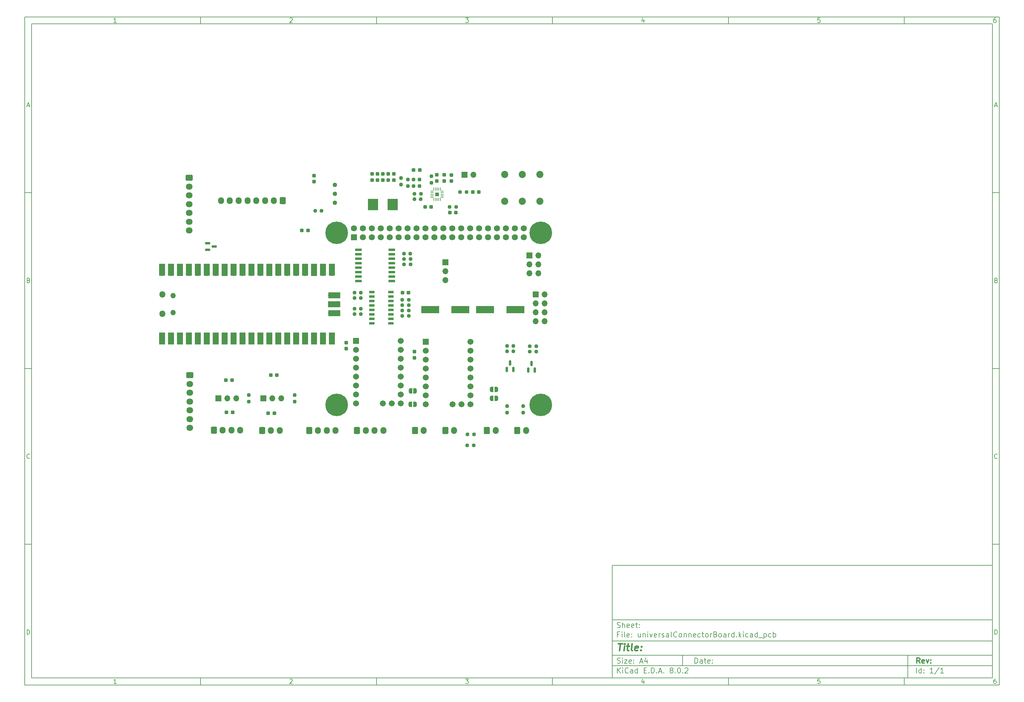
<source format=gts>
G04 #@! TF.GenerationSoftware,KiCad,Pcbnew,8.0.2*
G04 #@! TF.CreationDate,2024-05-26T03:41:07+02:00*
G04 #@! TF.ProjectId,universalConnectorBoard,756e6976-6572-4736-916c-436f6e6e6563,rev?*
G04 #@! TF.SameCoordinates,Original*
G04 #@! TF.FileFunction,Soldermask,Top*
G04 #@! TF.FilePolarity,Negative*
%FSLAX46Y46*%
G04 Gerber Fmt 4.6, Leading zero omitted, Abs format (unit mm)*
G04 Created by KiCad (PCBNEW 8.0.2) date 2024-05-26 03:41:07*
%MOMM*%
%LPD*%
G01*
G04 APERTURE LIST*
G04 Aperture macros list*
%AMRoundRect*
0 Rectangle with rounded corners*
0 $1 Rounding radius*
0 $2 $3 $4 $5 $6 $7 $8 $9 X,Y pos of 4 corners*
0 Add a 4 corners polygon primitive as box body*
4,1,4,$2,$3,$4,$5,$6,$7,$8,$9,$2,$3,0*
0 Add four circle primitives for the rounded corners*
1,1,$1+$1,$2,$3*
1,1,$1+$1,$4,$5*
1,1,$1+$1,$6,$7*
1,1,$1+$1,$8,$9*
0 Add four rect primitives between the rounded corners*
20,1,$1+$1,$2,$3,$4,$5,0*
20,1,$1+$1,$4,$5,$6,$7,0*
20,1,$1+$1,$6,$7,$8,$9,0*
20,1,$1+$1,$8,$9,$2,$3,0*%
%AMFreePoly0*
4,1,19,0.500000,-0.750000,0.000000,-0.750000,0.000000,-0.744911,-0.071157,-0.744911,-0.207708,-0.704816,-0.327430,-0.627875,-0.420627,-0.520320,-0.479746,-0.390866,-0.500000,-0.250000,-0.500000,0.250000,-0.479746,0.390866,-0.420627,0.520320,-0.327430,0.627875,-0.207708,0.704816,-0.071157,0.744911,0.000000,0.744911,0.000000,0.750000,0.500000,0.750000,0.500000,-0.750000,0.500000,-0.750000,
$1*%
%AMFreePoly1*
4,1,19,0.000000,0.744911,0.071157,0.744911,0.207708,0.704816,0.327430,0.627875,0.420627,0.520320,0.479746,0.390866,0.500000,0.250000,0.500000,-0.250000,0.479746,-0.390866,0.420627,-0.520320,0.327430,-0.627875,0.207708,-0.704816,0.071157,-0.744911,0.000000,-0.744911,0.000000,-0.750000,-0.500000,-0.750000,-0.500000,0.750000,0.000000,0.750000,0.000000,0.744911,0.000000,0.744911,
$1*%
G04 Aperture macros list end*
%ADD10C,0.100000*%
%ADD11C,0.150000*%
%ADD12C,0.300000*%
%ADD13C,0.400000*%
%ADD14O,1.800000X1.800000*%
%ADD15O,1.500000X1.500000*%
%ADD16O,1.700000X1.700000*%
%ADD17R,1.700000X3.500000*%
%ADD18R,1.700000X1.700000*%
%ADD19R,3.500000X1.700000*%
%ADD20C,1.280000*%
%ADD21RoundRect,0.102000X-0.762000X-0.762000X0.762000X-0.762000X0.762000X0.762000X-0.762000X0.762000X0*%
%ADD22C,1.728000*%
%ADD23C,6.404000*%
%ADD24R,2.900000X3.200000*%
%ADD25RoundRect,0.237500X-0.237500X0.300000X-0.237500X-0.300000X0.237500X-0.300000X0.237500X0.300000X0*%
%ADD26RoundRect,0.237500X0.237500X-0.300000X0.237500X0.300000X-0.237500X0.300000X-0.237500X-0.300000X0*%
%ADD27RoundRect,0.250000X-0.725000X0.600000X-0.725000X-0.600000X0.725000X-0.600000X0.725000X0.600000X0*%
%ADD28O,1.950000X1.700000*%
%ADD29FreePoly0,180.000000*%
%ADD30FreePoly1,180.000000*%
%ADD31RoundRect,0.237500X0.237500X-0.250000X0.237500X0.250000X-0.237500X0.250000X-0.237500X-0.250000X0*%
%ADD32RoundRect,0.237500X-0.250000X-0.237500X0.250000X-0.237500X0.250000X0.237500X-0.250000X0.237500X0*%
%ADD33R,5.100000X2.150000*%
%ADD34RoundRect,0.237500X0.300000X0.237500X-0.300000X0.237500X-0.300000X-0.237500X0.300000X-0.237500X0*%
%ADD35RoundRect,0.237500X0.250000X0.237500X-0.250000X0.237500X-0.250000X-0.237500X0.250000X-0.237500X0*%
%ADD36RoundRect,0.237500X-0.300000X-0.237500X0.300000X-0.237500X0.300000X0.237500X-0.300000X0.237500X0*%
%ADD37RoundRect,0.250000X-0.600000X-0.750000X0.600000X-0.750000X0.600000X0.750000X-0.600000X0.750000X0*%
%ADD38O,1.700000X2.000000*%
%ADD39R,1.525000X0.650000*%
%ADD40RoundRect,0.237500X-0.287500X-0.237500X0.287500X-0.237500X0.287500X0.237500X-0.287500X0.237500X0*%
%ADD41RoundRect,0.250000X-0.600000X-0.725000X0.600000X-0.725000X0.600000X0.725000X-0.600000X0.725000X0*%
%ADD42O,1.700000X1.950000*%
%ADD43RoundRect,0.237500X-0.237500X0.250000X-0.237500X-0.250000X0.237500X-0.250000X0.237500X0.250000X0*%
%ADD44RoundRect,0.150000X0.150000X-0.587500X0.150000X0.587500X-0.150000X0.587500X-0.150000X-0.587500X0*%
%ADD45RoundRect,0.250000X0.600000X0.725000X-0.600000X0.725000X-0.600000X-0.725000X0.600000X-0.725000X0*%
%ADD46C,2.025000*%
%ADD47RoundRect,0.150000X-0.587500X-0.150000X0.587500X-0.150000X0.587500X0.150000X-0.587500X0.150000X0*%
%ADD48R,1.950000X0.650000*%
%ADD49RoundRect,0.102000X-0.754000X-0.754000X0.754000X-0.754000X0.754000X0.754000X-0.754000X0.754000X0*%
%ADD50C,1.712000*%
%ADD51R,0.850000X0.250000*%
%ADD52R,0.250000X0.850000*%
%ADD53R,1.026000X1.075000*%
G04 APERTURE END LIST*
D10*
D11*
X177002200Y-166007200D02*
X285002200Y-166007200D01*
X285002200Y-198007200D01*
X177002200Y-198007200D01*
X177002200Y-166007200D01*
D10*
D11*
X10000000Y-10000000D02*
X287002200Y-10000000D01*
X287002200Y-200007200D01*
X10000000Y-200007200D01*
X10000000Y-10000000D01*
D10*
D11*
X12000000Y-12000000D02*
X285002200Y-12000000D01*
X285002200Y-198007200D01*
X12000000Y-198007200D01*
X12000000Y-12000000D01*
D10*
D11*
X60000000Y-12000000D02*
X60000000Y-10000000D01*
D10*
D11*
X110000000Y-12000000D02*
X110000000Y-10000000D01*
D10*
D11*
X160000000Y-12000000D02*
X160000000Y-10000000D01*
D10*
D11*
X210000000Y-12000000D02*
X210000000Y-10000000D01*
D10*
D11*
X260000000Y-12000000D02*
X260000000Y-10000000D01*
D10*
D11*
X36089160Y-11593604D02*
X35346303Y-11593604D01*
X35717731Y-11593604D02*
X35717731Y-10293604D01*
X35717731Y-10293604D02*
X35593922Y-10479319D01*
X35593922Y-10479319D02*
X35470112Y-10603128D01*
X35470112Y-10603128D02*
X35346303Y-10665033D01*
D10*
D11*
X85346303Y-10417414D02*
X85408207Y-10355509D01*
X85408207Y-10355509D02*
X85532017Y-10293604D01*
X85532017Y-10293604D02*
X85841541Y-10293604D01*
X85841541Y-10293604D02*
X85965350Y-10355509D01*
X85965350Y-10355509D02*
X86027255Y-10417414D01*
X86027255Y-10417414D02*
X86089160Y-10541223D01*
X86089160Y-10541223D02*
X86089160Y-10665033D01*
X86089160Y-10665033D02*
X86027255Y-10850747D01*
X86027255Y-10850747D02*
X85284398Y-11593604D01*
X85284398Y-11593604D02*
X86089160Y-11593604D01*
D10*
D11*
X135284398Y-10293604D02*
X136089160Y-10293604D01*
X136089160Y-10293604D02*
X135655826Y-10788842D01*
X135655826Y-10788842D02*
X135841541Y-10788842D01*
X135841541Y-10788842D02*
X135965350Y-10850747D01*
X135965350Y-10850747D02*
X136027255Y-10912652D01*
X136027255Y-10912652D02*
X136089160Y-11036461D01*
X136089160Y-11036461D02*
X136089160Y-11345985D01*
X136089160Y-11345985D02*
X136027255Y-11469795D01*
X136027255Y-11469795D02*
X135965350Y-11531700D01*
X135965350Y-11531700D02*
X135841541Y-11593604D01*
X135841541Y-11593604D02*
X135470112Y-11593604D01*
X135470112Y-11593604D02*
X135346303Y-11531700D01*
X135346303Y-11531700D02*
X135284398Y-11469795D01*
D10*
D11*
X185965350Y-10726938D02*
X185965350Y-11593604D01*
X185655826Y-10231700D02*
X185346303Y-11160271D01*
X185346303Y-11160271D02*
X186151064Y-11160271D01*
D10*
D11*
X236027255Y-10293604D02*
X235408207Y-10293604D01*
X235408207Y-10293604D02*
X235346303Y-10912652D01*
X235346303Y-10912652D02*
X235408207Y-10850747D01*
X235408207Y-10850747D02*
X235532017Y-10788842D01*
X235532017Y-10788842D02*
X235841541Y-10788842D01*
X235841541Y-10788842D02*
X235965350Y-10850747D01*
X235965350Y-10850747D02*
X236027255Y-10912652D01*
X236027255Y-10912652D02*
X236089160Y-11036461D01*
X236089160Y-11036461D02*
X236089160Y-11345985D01*
X236089160Y-11345985D02*
X236027255Y-11469795D01*
X236027255Y-11469795D02*
X235965350Y-11531700D01*
X235965350Y-11531700D02*
X235841541Y-11593604D01*
X235841541Y-11593604D02*
X235532017Y-11593604D01*
X235532017Y-11593604D02*
X235408207Y-11531700D01*
X235408207Y-11531700D02*
X235346303Y-11469795D01*
D10*
D11*
X285965350Y-10293604D02*
X285717731Y-10293604D01*
X285717731Y-10293604D02*
X285593922Y-10355509D01*
X285593922Y-10355509D02*
X285532017Y-10417414D01*
X285532017Y-10417414D02*
X285408207Y-10603128D01*
X285408207Y-10603128D02*
X285346303Y-10850747D01*
X285346303Y-10850747D02*
X285346303Y-11345985D01*
X285346303Y-11345985D02*
X285408207Y-11469795D01*
X285408207Y-11469795D02*
X285470112Y-11531700D01*
X285470112Y-11531700D02*
X285593922Y-11593604D01*
X285593922Y-11593604D02*
X285841541Y-11593604D01*
X285841541Y-11593604D02*
X285965350Y-11531700D01*
X285965350Y-11531700D02*
X286027255Y-11469795D01*
X286027255Y-11469795D02*
X286089160Y-11345985D01*
X286089160Y-11345985D02*
X286089160Y-11036461D01*
X286089160Y-11036461D02*
X286027255Y-10912652D01*
X286027255Y-10912652D02*
X285965350Y-10850747D01*
X285965350Y-10850747D02*
X285841541Y-10788842D01*
X285841541Y-10788842D02*
X285593922Y-10788842D01*
X285593922Y-10788842D02*
X285470112Y-10850747D01*
X285470112Y-10850747D02*
X285408207Y-10912652D01*
X285408207Y-10912652D02*
X285346303Y-11036461D01*
D10*
D11*
X60000000Y-198007200D02*
X60000000Y-200007200D01*
D10*
D11*
X110000000Y-198007200D02*
X110000000Y-200007200D01*
D10*
D11*
X160000000Y-198007200D02*
X160000000Y-200007200D01*
D10*
D11*
X210000000Y-198007200D02*
X210000000Y-200007200D01*
D10*
D11*
X260000000Y-198007200D02*
X260000000Y-200007200D01*
D10*
D11*
X36089160Y-199600804D02*
X35346303Y-199600804D01*
X35717731Y-199600804D02*
X35717731Y-198300804D01*
X35717731Y-198300804D02*
X35593922Y-198486519D01*
X35593922Y-198486519D02*
X35470112Y-198610328D01*
X35470112Y-198610328D02*
X35346303Y-198672233D01*
D10*
D11*
X85346303Y-198424614D02*
X85408207Y-198362709D01*
X85408207Y-198362709D02*
X85532017Y-198300804D01*
X85532017Y-198300804D02*
X85841541Y-198300804D01*
X85841541Y-198300804D02*
X85965350Y-198362709D01*
X85965350Y-198362709D02*
X86027255Y-198424614D01*
X86027255Y-198424614D02*
X86089160Y-198548423D01*
X86089160Y-198548423D02*
X86089160Y-198672233D01*
X86089160Y-198672233D02*
X86027255Y-198857947D01*
X86027255Y-198857947D02*
X85284398Y-199600804D01*
X85284398Y-199600804D02*
X86089160Y-199600804D01*
D10*
D11*
X135284398Y-198300804D02*
X136089160Y-198300804D01*
X136089160Y-198300804D02*
X135655826Y-198796042D01*
X135655826Y-198796042D02*
X135841541Y-198796042D01*
X135841541Y-198796042D02*
X135965350Y-198857947D01*
X135965350Y-198857947D02*
X136027255Y-198919852D01*
X136027255Y-198919852D02*
X136089160Y-199043661D01*
X136089160Y-199043661D02*
X136089160Y-199353185D01*
X136089160Y-199353185D02*
X136027255Y-199476995D01*
X136027255Y-199476995D02*
X135965350Y-199538900D01*
X135965350Y-199538900D02*
X135841541Y-199600804D01*
X135841541Y-199600804D02*
X135470112Y-199600804D01*
X135470112Y-199600804D02*
X135346303Y-199538900D01*
X135346303Y-199538900D02*
X135284398Y-199476995D01*
D10*
D11*
X185965350Y-198734138D02*
X185965350Y-199600804D01*
X185655826Y-198238900D02*
X185346303Y-199167471D01*
X185346303Y-199167471D02*
X186151064Y-199167471D01*
D10*
D11*
X236027255Y-198300804D02*
X235408207Y-198300804D01*
X235408207Y-198300804D02*
X235346303Y-198919852D01*
X235346303Y-198919852D02*
X235408207Y-198857947D01*
X235408207Y-198857947D02*
X235532017Y-198796042D01*
X235532017Y-198796042D02*
X235841541Y-198796042D01*
X235841541Y-198796042D02*
X235965350Y-198857947D01*
X235965350Y-198857947D02*
X236027255Y-198919852D01*
X236027255Y-198919852D02*
X236089160Y-199043661D01*
X236089160Y-199043661D02*
X236089160Y-199353185D01*
X236089160Y-199353185D02*
X236027255Y-199476995D01*
X236027255Y-199476995D02*
X235965350Y-199538900D01*
X235965350Y-199538900D02*
X235841541Y-199600804D01*
X235841541Y-199600804D02*
X235532017Y-199600804D01*
X235532017Y-199600804D02*
X235408207Y-199538900D01*
X235408207Y-199538900D02*
X235346303Y-199476995D01*
D10*
D11*
X285965350Y-198300804D02*
X285717731Y-198300804D01*
X285717731Y-198300804D02*
X285593922Y-198362709D01*
X285593922Y-198362709D02*
X285532017Y-198424614D01*
X285532017Y-198424614D02*
X285408207Y-198610328D01*
X285408207Y-198610328D02*
X285346303Y-198857947D01*
X285346303Y-198857947D02*
X285346303Y-199353185D01*
X285346303Y-199353185D02*
X285408207Y-199476995D01*
X285408207Y-199476995D02*
X285470112Y-199538900D01*
X285470112Y-199538900D02*
X285593922Y-199600804D01*
X285593922Y-199600804D02*
X285841541Y-199600804D01*
X285841541Y-199600804D02*
X285965350Y-199538900D01*
X285965350Y-199538900D02*
X286027255Y-199476995D01*
X286027255Y-199476995D02*
X286089160Y-199353185D01*
X286089160Y-199353185D02*
X286089160Y-199043661D01*
X286089160Y-199043661D02*
X286027255Y-198919852D01*
X286027255Y-198919852D02*
X285965350Y-198857947D01*
X285965350Y-198857947D02*
X285841541Y-198796042D01*
X285841541Y-198796042D02*
X285593922Y-198796042D01*
X285593922Y-198796042D02*
X285470112Y-198857947D01*
X285470112Y-198857947D02*
X285408207Y-198919852D01*
X285408207Y-198919852D02*
X285346303Y-199043661D01*
D10*
D11*
X10000000Y-60000000D02*
X12000000Y-60000000D01*
D10*
D11*
X10000000Y-110000000D02*
X12000000Y-110000000D01*
D10*
D11*
X10000000Y-160000000D02*
X12000000Y-160000000D01*
D10*
D11*
X10690476Y-35222176D02*
X11309523Y-35222176D01*
X10566666Y-35593604D02*
X10999999Y-34293604D01*
X10999999Y-34293604D02*
X11433333Y-35593604D01*
D10*
D11*
X11092857Y-84912652D02*
X11278571Y-84974557D01*
X11278571Y-84974557D02*
X11340476Y-85036461D01*
X11340476Y-85036461D02*
X11402380Y-85160271D01*
X11402380Y-85160271D02*
X11402380Y-85345985D01*
X11402380Y-85345985D02*
X11340476Y-85469795D01*
X11340476Y-85469795D02*
X11278571Y-85531700D01*
X11278571Y-85531700D02*
X11154761Y-85593604D01*
X11154761Y-85593604D02*
X10659523Y-85593604D01*
X10659523Y-85593604D02*
X10659523Y-84293604D01*
X10659523Y-84293604D02*
X11092857Y-84293604D01*
X11092857Y-84293604D02*
X11216666Y-84355509D01*
X11216666Y-84355509D02*
X11278571Y-84417414D01*
X11278571Y-84417414D02*
X11340476Y-84541223D01*
X11340476Y-84541223D02*
X11340476Y-84665033D01*
X11340476Y-84665033D02*
X11278571Y-84788842D01*
X11278571Y-84788842D02*
X11216666Y-84850747D01*
X11216666Y-84850747D02*
X11092857Y-84912652D01*
X11092857Y-84912652D02*
X10659523Y-84912652D01*
D10*
D11*
X11402380Y-135469795D02*
X11340476Y-135531700D01*
X11340476Y-135531700D02*
X11154761Y-135593604D01*
X11154761Y-135593604D02*
X11030952Y-135593604D01*
X11030952Y-135593604D02*
X10845238Y-135531700D01*
X10845238Y-135531700D02*
X10721428Y-135407890D01*
X10721428Y-135407890D02*
X10659523Y-135284080D01*
X10659523Y-135284080D02*
X10597619Y-135036461D01*
X10597619Y-135036461D02*
X10597619Y-134850747D01*
X10597619Y-134850747D02*
X10659523Y-134603128D01*
X10659523Y-134603128D02*
X10721428Y-134479319D01*
X10721428Y-134479319D02*
X10845238Y-134355509D01*
X10845238Y-134355509D02*
X11030952Y-134293604D01*
X11030952Y-134293604D02*
X11154761Y-134293604D01*
X11154761Y-134293604D02*
X11340476Y-134355509D01*
X11340476Y-134355509D02*
X11402380Y-134417414D01*
D10*
D11*
X10659523Y-185593604D02*
X10659523Y-184293604D01*
X10659523Y-184293604D02*
X10969047Y-184293604D01*
X10969047Y-184293604D02*
X11154761Y-184355509D01*
X11154761Y-184355509D02*
X11278571Y-184479319D01*
X11278571Y-184479319D02*
X11340476Y-184603128D01*
X11340476Y-184603128D02*
X11402380Y-184850747D01*
X11402380Y-184850747D02*
X11402380Y-185036461D01*
X11402380Y-185036461D02*
X11340476Y-185284080D01*
X11340476Y-185284080D02*
X11278571Y-185407890D01*
X11278571Y-185407890D02*
X11154761Y-185531700D01*
X11154761Y-185531700D02*
X10969047Y-185593604D01*
X10969047Y-185593604D02*
X10659523Y-185593604D01*
D10*
D11*
X287002200Y-60000000D02*
X285002200Y-60000000D01*
D10*
D11*
X287002200Y-110000000D02*
X285002200Y-110000000D01*
D10*
D11*
X287002200Y-160000000D02*
X285002200Y-160000000D01*
D10*
D11*
X285692676Y-35222176D02*
X286311723Y-35222176D01*
X285568866Y-35593604D02*
X286002199Y-34293604D01*
X286002199Y-34293604D02*
X286435533Y-35593604D01*
D10*
D11*
X286095057Y-84912652D02*
X286280771Y-84974557D01*
X286280771Y-84974557D02*
X286342676Y-85036461D01*
X286342676Y-85036461D02*
X286404580Y-85160271D01*
X286404580Y-85160271D02*
X286404580Y-85345985D01*
X286404580Y-85345985D02*
X286342676Y-85469795D01*
X286342676Y-85469795D02*
X286280771Y-85531700D01*
X286280771Y-85531700D02*
X286156961Y-85593604D01*
X286156961Y-85593604D02*
X285661723Y-85593604D01*
X285661723Y-85593604D02*
X285661723Y-84293604D01*
X285661723Y-84293604D02*
X286095057Y-84293604D01*
X286095057Y-84293604D02*
X286218866Y-84355509D01*
X286218866Y-84355509D02*
X286280771Y-84417414D01*
X286280771Y-84417414D02*
X286342676Y-84541223D01*
X286342676Y-84541223D02*
X286342676Y-84665033D01*
X286342676Y-84665033D02*
X286280771Y-84788842D01*
X286280771Y-84788842D02*
X286218866Y-84850747D01*
X286218866Y-84850747D02*
X286095057Y-84912652D01*
X286095057Y-84912652D02*
X285661723Y-84912652D01*
D10*
D11*
X286404580Y-135469795D02*
X286342676Y-135531700D01*
X286342676Y-135531700D02*
X286156961Y-135593604D01*
X286156961Y-135593604D02*
X286033152Y-135593604D01*
X286033152Y-135593604D02*
X285847438Y-135531700D01*
X285847438Y-135531700D02*
X285723628Y-135407890D01*
X285723628Y-135407890D02*
X285661723Y-135284080D01*
X285661723Y-135284080D02*
X285599819Y-135036461D01*
X285599819Y-135036461D02*
X285599819Y-134850747D01*
X285599819Y-134850747D02*
X285661723Y-134603128D01*
X285661723Y-134603128D02*
X285723628Y-134479319D01*
X285723628Y-134479319D02*
X285847438Y-134355509D01*
X285847438Y-134355509D02*
X286033152Y-134293604D01*
X286033152Y-134293604D02*
X286156961Y-134293604D01*
X286156961Y-134293604D02*
X286342676Y-134355509D01*
X286342676Y-134355509D02*
X286404580Y-134417414D01*
D10*
D11*
X285661723Y-185593604D02*
X285661723Y-184293604D01*
X285661723Y-184293604D02*
X285971247Y-184293604D01*
X285971247Y-184293604D02*
X286156961Y-184355509D01*
X286156961Y-184355509D02*
X286280771Y-184479319D01*
X286280771Y-184479319D02*
X286342676Y-184603128D01*
X286342676Y-184603128D02*
X286404580Y-184850747D01*
X286404580Y-184850747D02*
X286404580Y-185036461D01*
X286404580Y-185036461D02*
X286342676Y-185284080D01*
X286342676Y-185284080D02*
X286280771Y-185407890D01*
X286280771Y-185407890D02*
X286156961Y-185531700D01*
X286156961Y-185531700D02*
X285971247Y-185593604D01*
X285971247Y-185593604D02*
X285661723Y-185593604D01*
D10*
D11*
X200458026Y-193793328D02*
X200458026Y-192293328D01*
X200458026Y-192293328D02*
X200815169Y-192293328D01*
X200815169Y-192293328D02*
X201029455Y-192364757D01*
X201029455Y-192364757D02*
X201172312Y-192507614D01*
X201172312Y-192507614D02*
X201243741Y-192650471D01*
X201243741Y-192650471D02*
X201315169Y-192936185D01*
X201315169Y-192936185D02*
X201315169Y-193150471D01*
X201315169Y-193150471D02*
X201243741Y-193436185D01*
X201243741Y-193436185D02*
X201172312Y-193579042D01*
X201172312Y-193579042D02*
X201029455Y-193721900D01*
X201029455Y-193721900D02*
X200815169Y-193793328D01*
X200815169Y-193793328D02*
X200458026Y-193793328D01*
X202600884Y-193793328D02*
X202600884Y-193007614D01*
X202600884Y-193007614D02*
X202529455Y-192864757D01*
X202529455Y-192864757D02*
X202386598Y-192793328D01*
X202386598Y-192793328D02*
X202100884Y-192793328D01*
X202100884Y-192793328D02*
X201958026Y-192864757D01*
X202600884Y-193721900D02*
X202458026Y-193793328D01*
X202458026Y-193793328D02*
X202100884Y-193793328D01*
X202100884Y-193793328D02*
X201958026Y-193721900D01*
X201958026Y-193721900D02*
X201886598Y-193579042D01*
X201886598Y-193579042D02*
X201886598Y-193436185D01*
X201886598Y-193436185D02*
X201958026Y-193293328D01*
X201958026Y-193293328D02*
X202100884Y-193221900D01*
X202100884Y-193221900D02*
X202458026Y-193221900D01*
X202458026Y-193221900D02*
X202600884Y-193150471D01*
X203100884Y-192793328D02*
X203672312Y-192793328D01*
X203315169Y-192293328D02*
X203315169Y-193579042D01*
X203315169Y-193579042D02*
X203386598Y-193721900D01*
X203386598Y-193721900D02*
X203529455Y-193793328D01*
X203529455Y-193793328D02*
X203672312Y-193793328D01*
X204743741Y-193721900D02*
X204600884Y-193793328D01*
X204600884Y-193793328D02*
X204315170Y-193793328D01*
X204315170Y-193793328D02*
X204172312Y-193721900D01*
X204172312Y-193721900D02*
X204100884Y-193579042D01*
X204100884Y-193579042D02*
X204100884Y-193007614D01*
X204100884Y-193007614D02*
X204172312Y-192864757D01*
X204172312Y-192864757D02*
X204315170Y-192793328D01*
X204315170Y-192793328D02*
X204600884Y-192793328D01*
X204600884Y-192793328D02*
X204743741Y-192864757D01*
X204743741Y-192864757D02*
X204815170Y-193007614D01*
X204815170Y-193007614D02*
X204815170Y-193150471D01*
X204815170Y-193150471D02*
X204100884Y-193293328D01*
X205458026Y-193650471D02*
X205529455Y-193721900D01*
X205529455Y-193721900D02*
X205458026Y-193793328D01*
X205458026Y-193793328D02*
X205386598Y-193721900D01*
X205386598Y-193721900D02*
X205458026Y-193650471D01*
X205458026Y-193650471D02*
X205458026Y-193793328D01*
X205458026Y-192864757D02*
X205529455Y-192936185D01*
X205529455Y-192936185D02*
X205458026Y-193007614D01*
X205458026Y-193007614D02*
X205386598Y-192936185D01*
X205386598Y-192936185D02*
X205458026Y-192864757D01*
X205458026Y-192864757D02*
X205458026Y-193007614D01*
D10*
D11*
X177002200Y-194507200D02*
X285002200Y-194507200D01*
D10*
D11*
X178458026Y-196593328D02*
X178458026Y-195093328D01*
X179315169Y-196593328D02*
X178672312Y-195736185D01*
X179315169Y-195093328D02*
X178458026Y-195950471D01*
X179958026Y-196593328D02*
X179958026Y-195593328D01*
X179958026Y-195093328D02*
X179886598Y-195164757D01*
X179886598Y-195164757D02*
X179958026Y-195236185D01*
X179958026Y-195236185D02*
X180029455Y-195164757D01*
X180029455Y-195164757D02*
X179958026Y-195093328D01*
X179958026Y-195093328D02*
X179958026Y-195236185D01*
X181529455Y-196450471D02*
X181458027Y-196521900D01*
X181458027Y-196521900D02*
X181243741Y-196593328D01*
X181243741Y-196593328D02*
X181100884Y-196593328D01*
X181100884Y-196593328D02*
X180886598Y-196521900D01*
X180886598Y-196521900D02*
X180743741Y-196379042D01*
X180743741Y-196379042D02*
X180672312Y-196236185D01*
X180672312Y-196236185D02*
X180600884Y-195950471D01*
X180600884Y-195950471D02*
X180600884Y-195736185D01*
X180600884Y-195736185D02*
X180672312Y-195450471D01*
X180672312Y-195450471D02*
X180743741Y-195307614D01*
X180743741Y-195307614D02*
X180886598Y-195164757D01*
X180886598Y-195164757D02*
X181100884Y-195093328D01*
X181100884Y-195093328D02*
X181243741Y-195093328D01*
X181243741Y-195093328D02*
X181458027Y-195164757D01*
X181458027Y-195164757D02*
X181529455Y-195236185D01*
X182815170Y-196593328D02*
X182815170Y-195807614D01*
X182815170Y-195807614D02*
X182743741Y-195664757D01*
X182743741Y-195664757D02*
X182600884Y-195593328D01*
X182600884Y-195593328D02*
X182315170Y-195593328D01*
X182315170Y-195593328D02*
X182172312Y-195664757D01*
X182815170Y-196521900D02*
X182672312Y-196593328D01*
X182672312Y-196593328D02*
X182315170Y-196593328D01*
X182315170Y-196593328D02*
X182172312Y-196521900D01*
X182172312Y-196521900D02*
X182100884Y-196379042D01*
X182100884Y-196379042D02*
X182100884Y-196236185D01*
X182100884Y-196236185D02*
X182172312Y-196093328D01*
X182172312Y-196093328D02*
X182315170Y-196021900D01*
X182315170Y-196021900D02*
X182672312Y-196021900D01*
X182672312Y-196021900D02*
X182815170Y-195950471D01*
X184172313Y-196593328D02*
X184172313Y-195093328D01*
X184172313Y-196521900D02*
X184029455Y-196593328D01*
X184029455Y-196593328D02*
X183743741Y-196593328D01*
X183743741Y-196593328D02*
X183600884Y-196521900D01*
X183600884Y-196521900D02*
X183529455Y-196450471D01*
X183529455Y-196450471D02*
X183458027Y-196307614D01*
X183458027Y-196307614D02*
X183458027Y-195879042D01*
X183458027Y-195879042D02*
X183529455Y-195736185D01*
X183529455Y-195736185D02*
X183600884Y-195664757D01*
X183600884Y-195664757D02*
X183743741Y-195593328D01*
X183743741Y-195593328D02*
X184029455Y-195593328D01*
X184029455Y-195593328D02*
X184172313Y-195664757D01*
X186029455Y-195807614D02*
X186529455Y-195807614D01*
X186743741Y-196593328D02*
X186029455Y-196593328D01*
X186029455Y-196593328D02*
X186029455Y-195093328D01*
X186029455Y-195093328D02*
X186743741Y-195093328D01*
X187386598Y-196450471D02*
X187458027Y-196521900D01*
X187458027Y-196521900D02*
X187386598Y-196593328D01*
X187386598Y-196593328D02*
X187315170Y-196521900D01*
X187315170Y-196521900D02*
X187386598Y-196450471D01*
X187386598Y-196450471D02*
X187386598Y-196593328D01*
X188100884Y-196593328D02*
X188100884Y-195093328D01*
X188100884Y-195093328D02*
X188458027Y-195093328D01*
X188458027Y-195093328D02*
X188672313Y-195164757D01*
X188672313Y-195164757D02*
X188815170Y-195307614D01*
X188815170Y-195307614D02*
X188886599Y-195450471D01*
X188886599Y-195450471D02*
X188958027Y-195736185D01*
X188958027Y-195736185D02*
X188958027Y-195950471D01*
X188958027Y-195950471D02*
X188886599Y-196236185D01*
X188886599Y-196236185D02*
X188815170Y-196379042D01*
X188815170Y-196379042D02*
X188672313Y-196521900D01*
X188672313Y-196521900D02*
X188458027Y-196593328D01*
X188458027Y-196593328D02*
X188100884Y-196593328D01*
X189600884Y-196450471D02*
X189672313Y-196521900D01*
X189672313Y-196521900D02*
X189600884Y-196593328D01*
X189600884Y-196593328D02*
X189529456Y-196521900D01*
X189529456Y-196521900D02*
X189600884Y-196450471D01*
X189600884Y-196450471D02*
X189600884Y-196593328D01*
X190243742Y-196164757D02*
X190958028Y-196164757D01*
X190100885Y-196593328D02*
X190600885Y-195093328D01*
X190600885Y-195093328D02*
X191100885Y-196593328D01*
X191600884Y-196450471D02*
X191672313Y-196521900D01*
X191672313Y-196521900D02*
X191600884Y-196593328D01*
X191600884Y-196593328D02*
X191529456Y-196521900D01*
X191529456Y-196521900D02*
X191600884Y-196450471D01*
X191600884Y-196450471D02*
X191600884Y-196593328D01*
X193672313Y-195736185D02*
X193529456Y-195664757D01*
X193529456Y-195664757D02*
X193458027Y-195593328D01*
X193458027Y-195593328D02*
X193386599Y-195450471D01*
X193386599Y-195450471D02*
X193386599Y-195379042D01*
X193386599Y-195379042D02*
X193458027Y-195236185D01*
X193458027Y-195236185D02*
X193529456Y-195164757D01*
X193529456Y-195164757D02*
X193672313Y-195093328D01*
X193672313Y-195093328D02*
X193958027Y-195093328D01*
X193958027Y-195093328D02*
X194100885Y-195164757D01*
X194100885Y-195164757D02*
X194172313Y-195236185D01*
X194172313Y-195236185D02*
X194243742Y-195379042D01*
X194243742Y-195379042D02*
X194243742Y-195450471D01*
X194243742Y-195450471D02*
X194172313Y-195593328D01*
X194172313Y-195593328D02*
X194100885Y-195664757D01*
X194100885Y-195664757D02*
X193958027Y-195736185D01*
X193958027Y-195736185D02*
X193672313Y-195736185D01*
X193672313Y-195736185D02*
X193529456Y-195807614D01*
X193529456Y-195807614D02*
X193458027Y-195879042D01*
X193458027Y-195879042D02*
X193386599Y-196021900D01*
X193386599Y-196021900D02*
X193386599Y-196307614D01*
X193386599Y-196307614D02*
X193458027Y-196450471D01*
X193458027Y-196450471D02*
X193529456Y-196521900D01*
X193529456Y-196521900D02*
X193672313Y-196593328D01*
X193672313Y-196593328D02*
X193958027Y-196593328D01*
X193958027Y-196593328D02*
X194100885Y-196521900D01*
X194100885Y-196521900D02*
X194172313Y-196450471D01*
X194172313Y-196450471D02*
X194243742Y-196307614D01*
X194243742Y-196307614D02*
X194243742Y-196021900D01*
X194243742Y-196021900D02*
X194172313Y-195879042D01*
X194172313Y-195879042D02*
X194100885Y-195807614D01*
X194100885Y-195807614D02*
X193958027Y-195736185D01*
X194886598Y-196450471D02*
X194958027Y-196521900D01*
X194958027Y-196521900D02*
X194886598Y-196593328D01*
X194886598Y-196593328D02*
X194815170Y-196521900D01*
X194815170Y-196521900D02*
X194886598Y-196450471D01*
X194886598Y-196450471D02*
X194886598Y-196593328D01*
X195886599Y-195093328D02*
X196029456Y-195093328D01*
X196029456Y-195093328D02*
X196172313Y-195164757D01*
X196172313Y-195164757D02*
X196243742Y-195236185D01*
X196243742Y-195236185D02*
X196315170Y-195379042D01*
X196315170Y-195379042D02*
X196386599Y-195664757D01*
X196386599Y-195664757D02*
X196386599Y-196021900D01*
X196386599Y-196021900D02*
X196315170Y-196307614D01*
X196315170Y-196307614D02*
X196243742Y-196450471D01*
X196243742Y-196450471D02*
X196172313Y-196521900D01*
X196172313Y-196521900D02*
X196029456Y-196593328D01*
X196029456Y-196593328D02*
X195886599Y-196593328D01*
X195886599Y-196593328D02*
X195743742Y-196521900D01*
X195743742Y-196521900D02*
X195672313Y-196450471D01*
X195672313Y-196450471D02*
X195600884Y-196307614D01*
X195600884Y-196307614D02*
X195529456Y-196021900D01*
X195529456Y-196021900D02*
X195529456Y-195664757D01*
X195529456Y-195664757D02*
X195600884Y-195379042D01*
X195600884Y-195379042D02*
X195672313Y-195236185D01*
X195672313Y-195236185D02*
X195743742Y-195164757D01*
X195743742Y-195164757D02*
X195886599Y-195093328D01*
X197029455Y-196450471D02*
X197100884Y-196521900D01*
X197100884Y-196521900D02*
X197029455Y-196593328D01*
X197029455Y-196593328D02*
X196958027Y-196521900D01*
X196958027Y-196521900D02*
X197029455Y-196450471D01*
X197029455Y-196450471D02*
X197029455Y-196593328D01*
X197672313Y-195236185D02*
X197743741Y-195164757D01*
X197743741Y-195164757D02*
X197886599Y-195093328D01*
X197886599Y-195093328D02*
X198243741Y-195093328D01*
X198243741Y-195093328D02*
X198386599Y-195164757D01*
X198386599Y-195164757D02*
X198458027Y-195236185D01*
X198458027Y-195236185D02*
X198529456Y-195379042D01*
X198529456Y-195379042D02*
X198529456Y-195521900D01*
X198529456Y-195521900D02*
X198458027Y-195736185D01*
X198458027Y-195736185D02*
X197600884Y-196593328D01*
X197600884Y-196593328D02*
X198529456Y-196593328D01*
D10*
D11*
X177002200Y-191507200D02*
X285002200Y-191507200D01*
D10*
D12*
X264413853Y-193785528D02*
X263913853Y-193071242D01*
X263556710Y-193785528D02*
X263556710Y-192285528D01*
X263556710Y-192285528D02*
X264128139Y-192285528D01*
X264128139Y-192285528D02*
X264270996Y-192356957D01*
X264270996Y-192356957D02*
X264342425Y-192428385D01*
X264342425Y-192428385D02*
X264413853Y-192571242D01*
X264413853Y-192571242D02*
X264413853Y-192785528D01*
X264413853Y-192785528D02*
X264342425Y-192928385D01*
X264342425Y-192928385D02*
X264270996Y-192999814D01*
X264270996Y-192999814D02*
X264128139Y-193071242D01*
X264128139Y-193071242D02*
X263556710Y-193071242D01*
X265628139Y-193714100D02*
X265485282Y-193785528D01*
X265485282Y-193785528D02*
X265199568Y-193785528D01*
X265199568Y-193785528D02*
X265056710Y-193714100D01*
X265056710Y-193714100D02*
X264985282Y-193571242D01*
X264985282Y-193571242D02*
X264985282Y-192999814D01*
X264985282Y-192999814D02*
X265056710Y-192856957D01*
X265056710Y-192856957D02*
X265199568Y-192785528D01*
X265199568Y-192785528D02*
X265485282Y-192785528D01*
X265485282Y-192785528D02*
X265628139Y-192856957D01*
X265628139Y-192856957D02*
X265699568Y-192999814D01*
X265699568Y-192999814D02*
X265699568Y-193142671D01*
X265699568Y-193142671D02*
X264985282Y-193285528D01*
X266199567Y-192785528D02*
X266556710Y-193785528D01*
X266556710Y-193785528D02*
X266913853Y-192785528D01*
X267485281Y-193642671D02*
X267556710Y-193714100D01*
X267556710Y-193714100D02*
X267485281Y-193785528D01*
X267485281Y-193785528D02*
X267413853Y-193714100D01*
X267413853Y-193714100D02*
X267485281Y-193642671D01*
X267485281Y-193642671D02*
X267485281Y-193785528D01*
X267485281Y-192856957D02*
X267556710Y-192928385D01*
X267556710Y-192928385D02*
X267485281Y-192999814D01*
X267485281Y-192999814D02*
X267413853Y-192928385D01*
X267413853Y-192928385D02*
X267485281Y-192856957D01*
X267485281Y-192856957D02*
X267485281Y-192999814D01*
D10*
D11*
X178386598Y-193721900D02*
X178600884Y-193793328D01*
X178600884Y-193793328D02*
X178958026Y-193793328D01*
X178958026Y-193793328D02*
X179100884Y-193721900D01*
X179100884Y-193721900D02*
X179172312Y-193650471D01*
X179172312Y-193650471D02*
X179243741Y-193507614D01*
X179243741Y-193507614D02*
X179243741Y-193364757D01*
X179243741Y-193364757D02*
X179172312Y-193221900D01*
X179172312Y-193221900D02*
X179100884Y-193150471D01*
X179100884Y-193150471D02*
X178958026Y-193079042D01*
X178958026Y-193079042D02*
X178672312Y-193007614D01*
X178672312Y-193007614D02*
X178529455Y-192936185D01*
X178529455Y-192936185D02*
X178458026Y-192864757D01*
X178458026Y-192864757D02*
X178386598Y-192721900D01*
X178386598Y-192721900D02*
X178386598Y-192579042D01*
X178386598Y-192579042D02*
X178458026Y-192436185D01*
X178458026Y-192436185D02*
X178529455Y-192364757D01*
X178529455Y-192364757D02*
X178672312Y-192293328D01*
X178672312Y-192293328D02*
X179029455Y-192293328D01*
X179029455Y-192293328D02*
X179243741Y-192364757D01*
X179886597Y-193793328D02*
X179886597Y-192793328D01*
X179886597Y-192293328D02*
X179815169Y-192364757D01*
X179815169Y-192364757D02*
X179886597Y-192436185D01*
X179886597Y-192436185D02*
X179958026Y-192364757D01*
X179958026Y-192364757D02*
X179886597Y-192293328D01*
X179886597Y-192293328D02*
X179886597Y-192436185D01*
X180458026Y-192793328D02*
X181243741Y-192793328D01*
X181243741Y-192793328D02*
X180458026Y-193793328D01*
X180458026Y-193793328D02*
X181243741Y-193793328D01*
X182386598Y-193721900D02*
X182243741Y-193793328D01*
X182243741Y-193793328D02*
X181958027Y-193793328D01*
X181958027Y-193793328D02*
X181815169Y-193721900D01*
X181815169Y-193721900D02*
X181743741Y-193579042D01*
X181743741Y-193579042D02*
X181743741Y-193007614D01*
X181743741Y-193007614D02*
X181815169Y-192864757D01*
X181815169Y-192864757D02*
X181958027Y-192793328D01*
X181958027Y-192793328D02*
X182243741Y-192793328D01*
X182243741Y-192793328D02*
X182386598Y-192864757D01*
X182386598Y-192864757D02*
X182458027Y-193007614D01*
X182458027Y-193007614D02*
X182458027Y-193150471D01*
X182458027Y-193150471D02*
X181743741Y-193293328D01*
X183100883Y-193650471D02*
X183172312Y-193721900D01*
X183172312Y-193721900D02*
X183100883Y-193793328D01*
X183100883Y-193793328D02*
X183029455Y-193721900D01*
X183029455Y-193721900D02*
X183100883Y-193650471D01*
X183100883Y-193650471D02*
X183100883Y-193793328D01*
X183100883Y-192864757D02*
X183172312Y-192936185D01*
X183172312Y-192936185D02*
X183100883Y-193007614D01*
X183100883Y-193007614D02*
X183029455Y-192936185D01*
X183029455Y-192936185D02*
X183100883Y-192864757D01*
X183100883Y-192864757D02*
X183100883Y-193007614D01*
X184886598Y-193364757D02*
X185600884Y-193364757D01*
X184743741Y-193793328D02*
X185243741Y-192293328D01*
X185243741Y-192293328D02*
X185743741Y-193793328D01*
X186886598Y-192793328D02*
X186886598Y-193793328D01*
X186529455Y-192221900D02*
X186172312Y-193293328D01*
X186172312Y-193293328D02*
X187100883Y-193293328D01*
D10*
D11*
X263458026Y-196593328D02*
X263458026Y-195093328D01*
X264815170Y-196593328D02*
X264815170Y-195093328D01*
X264815170Y-196521900D02*
X264672312Y-196593328D01*
X264672312Y-196593328D02*
X264386598Y-196593328D01*
X264386598Y-196593328D02*
X264243741Y-196521900D01*
X264243741Y-196521900D02*
X264172312Y-196450471D01*
X264172312Y-196450471D02*
X264100884Y-196307614D01*
X264100884Y-196307614D02*
X264100884Y-195879042D01*
X264100884Y-195879042D02*
X264172312Y-195736185D01*
X264172312Y-195736185D02*
X264243741Y-195664757D01*
X264243741Y-195664757D02*
X264386598Y-195593328D01*
X264386598Y-195593328D02*
X264672312Y-195593328D01*
X264672312Y-195593328D02*
X264815170Y-195664757D01*
X265529455Y-196450471D02*
X265600884Y-196521900D01*
X265600884Y-196521900D02*
X265529455Y-196593328D01*
X265529455Y-196593328D02*
X265458027Y-196521900D01*
X265458027Y-196521900D02*
X265529455Y-196450471D01*
X265529455Y-196450471D02*
X265529455Y-196593328D01*
X265529455Y-195664757D02*
X265600884Y-195736185D01*
X265600884Y-195736185D02*
X265529455Y-195807614D01*
X265529455Y-195807614D02*
X265458027Y-195736185D01*
X265458027Y-195736185D02*
X265529455Y-195664757D01*
X265529455Y-195664757D02*
X265529455Y-195807614D01*
X268172313Y-196593328D02*
X267315170Y-196593328D01*
X267743741Y-196593328D02*
X267743741Y-195093328D01*
X267743741Y-195093328D02*
X267600884Y-195307614D01*
X267600884Y-195307614D02*
X267458027Y-195450471D01*
X267458027Y-195450471D02*
X267315170Y-195521900D01*
X269886598Y-195021900D02*
X268600884Y-196950471D01*
X271172313Y-196593328D02*
X270315170Y-196593328D01*
X270743741Y-196593328D02*
X270743741Y-195093328D01*
X270743741Y-195093328D02*
X270600884Y-195307614D01*
X270600884Y-195307614D02*
X270458027Y-195450471D01*
X270458027Y-195450471D02*
X270315170Y-195521900D01*
D10*
D11*
X177002200Y-187507200D02*
X285002200Y-187507200D01*
D10*
D13*
X178693928Y-188211638D02*
X179836785Y-188211638D01*
X179015357Y-190211638D02*
X179265357Y-188211638D01*
X180253452Y-190211638D02*
X180420119Y-188878304D01*
X180503452Y-188211638D02*
X180396309Y-188306876D01*
X180396309Y-188306876D02*
X180479643Y-188402114D01*
X180479643Y-188402114D02*
X180586786Y-188306876D01*
X180586786Y-188306876D02*
X180503452Y-188211638D01*
X180503452Y-188211638D02*
X180479643Y-188402114D01*
X181086786Y-188878304D02*
X181848690Y-188878304D01*
X181455833Y-188211638D02*
X181241548Y-189925923D01*
X181241548Y-189925923D02*
X181312976Y-190116400D01*
X181312976Y-190116400D02*
X181491548Y-190211638D01*
X181491548Y-190211638D02*
X181682024Y-190211638D01*
X182634405Y-190211638D02*
X182455833Y-190116400D01*
X182455833Y-190116400D02*
X182384405Y-189925923D01*
X182384405Y-189925923D02*
X182598690Y-188211638D01*
X184170119Y-190116400D02*
X183967738Y-190211638D01*
X183967738Y-190211638D02*
X183586785Y-190211638D01*
X183586785Y-190211638D02*
X183408214Y-190116400D01*
X183408214Y-190116400D02*
X183336785Y-189925923D01*
X183336785Y-189925923D02*
X183432024Y-189164019D01*
X183432024Y-189164019D02*
X183551071Y-188973542D01*
X183551071Y-188973542D02*
X183753452Y-188878304D01*
X183753452Y-188878304D02*
X184134404Y-188878304D01*
X184134404Y-188878304D02*
X184312976Y-188973542D01*
X184312976Y-188973542D02*
X184384404Y-189164019D01*
X184384404Y-189164019D02*
X184360595Y-189354495D01*
X184360595Y-189354495D02*
X183384404Y-189544971D01*
X185134405Y-190021161D02*
X185217738Y-190116400D01*
X185217738Y-190116400D02*
X185110595Y-190211638D01*
X185110595Y-190211638D02*
X185027262Y-190116400D01*
X185027262Y-190116400D02*
X185134405Y-190021161D01*
X185134405Y-190021161D02*
X185110595Y-190211638D01*
X185265357Y-188973542D02*
X185348690Y-189068780D01*
X185348690Y-189068780D02*
X185241548Y-189164019D01*
X185241548Y-189164019D02*
X185158214Y-189068780D01*
X185158214Y-189068780D02*
X185265357Y-188973542D01*
X185265357Y-188973542D02*
X185241548Y-189164019D01*
D10*
D11*
X178958026Y-185607614D02*
X178458026Y-185607614D01*
X178458026Y-186393328D02*
X178458026Y-184893328D01*
X178458026Y-184893328D02*
X179172312Y-184893328D01*
X179743740Y-186393328D02*
X179743740Y-185393328D01*
X179743740Y-184893328D02*
X179672312Y-184964757D01*
X179672312Y-184964757D02*
X179743740Y-185036185D01*
X179743740Y-185036185D02*
X179815169Y-184964757D01*
X179815169Y-184964757D02*
X179743740Y-184893328D01*
X179743740Y-184893328D02*
X179743740Y-185036185D01*
X180672312Y-186393328D02*
X180529455Y-186321900D01*
X180529455Y-186321900D02*
X180458026Y-186179042D01*
X180458026Y-186179042D02*
X180458026Y-184893328D01*
X181815169Y-186321900D02*
X181672312Y-186393328D01*
X181672312Y-186393328D02*
X181386598Y-186393328D01*
X181386598Y-186393328D02*
X181243740Y-186321900D01*
X181243740Y-186321900D02*
X181172312Y-186179042D01*
X181172312Y-186179042D02*
X181172312Y-185607614D01*
X181172312Y-185607614D02*
X181243740Y-185464757D01*
X181243740Y-185464757D02*
X181386598Y-185393328D01*
X181386598Y-185393328D02*
X181672312Y-185393328D01*
X181672312Y-185393328D02*
X181815169Y-185464757D01*
X181815169Y-185464757D02*
X181886598Y-185607614D01*
X181886598Y-185607614D02*
X181886598Y-185750471D01*
X181886598Y-185750471D02*
X181172312Y-185893328D01*
X182529454Y-186250471D02*
X182600883Y-186321900D01*
X182600883Y-186321900D02*
X182529454Y-186393328D01*
X182529454Y-186393328D02*
X182458026Y-186321900D01*
X182458026Y-186321900D02*
X182529454Y-186250471D01*
X182529454Y-186250471D02*
X182529454Y-186393328D01*
X182529454Y-185464757D02*
X182600883Y-185536185D01*
X182600883Y-185536185D02*
X182529454Y-185607614D01*
X182529454Y-185607614D02*
X182458026Y-185536185D01*
X182458026Y-185536185D02*
X182529454Y-185464757D01*
X182529454Y-185464757D02*
X182529454Y-185607614D01*
X185029455Y-185393328D02*
X185029455Y-186393328D01*
X184386597Y-185393328D02*
X184386597Y-186179042D01*
X184386597Y-186179042D02*
X184458026Y-186321900D01*
X184458026Y-186321900D02*
X184600883Y-186393328D01*
X184600883Y-186393328D02*
X184815169Y-186393328D01*
X184815169Y-186393328D02*
X184958026Y-186321900D01*
X184958026Y-186321900D02*
X185029455Y-186250471D01*
X185743740Y-185393328D02*
X185743740Y-186393328D01*
X185743740Y-185536185D02*
X185815169Y-185464757D01*
X185815169Y-185464757D02*
X185958026Y-185393328D01*
X185958026Y-185393328D02*
X186172312Y-185393328D01*
X186172312Y-185393328D02*
X186315169Y-185464757D01*
X186315169Y-185464757D02*
X186386598Y-185607614D01*
X186386598Y-185607614D02*
X186386598Y-186393328D01*
X187100883Y-186393328D02*
X187100883Y-185393328D01*
X187100883Y-184893328D02*
X187029455Y-184964757D01*
X187029455Y-184964757D02*
X187100883Y-185036185D01*
X187100883Y-185036185D02*
X187172312Y-184964757D01*
X187172312Y-184964757D02*
X187100883Y-184893328D01*
X187100883Y-184893328D02*
X187100883Y-185036185D01*
X187672312Y-185393328D02*
X188029455Y-186393328D01*
X188029455Y-186393328D02*
X188386598Y-185393328D01*
X189529455Y-186321900D02*
X189386598Y-186393328D01*
X189386598Y-186393328D02*
X189100884Y-186393328D01*
X189100884Y-186393328D02*
X188958026Y-186321900D01*
X188958026Y-186321900D02*
X188886598Y-186179042D01*
X188886598Y-186179042D02*
X188886598Y-185607614D01*
X188886598Y-185607614D02*
X188958026Y-185464757D01*
X188958026Y-185464757D02*
X189100884Y-185393328D01*
X189100884Y-185393328D02*
X189386598Y-185393328D01*
X189386598Y-185393328D02*
X189529455Y-185464757D01*
X189529455Y-185464757D02*
X189600884Y-185607614D01*
X189600884Y-185607614D02*
X189600884Y-185750471D01*
X189600884Y-185750471D02*
X188886598Y-185893328D01*
X190243740Y-186393328D02*
X190243740Y-185393328D01*
X190243740Y-185679042D02*
X190315169Y-185536185D01*
X190315169Y-185536185D02*
X190386598Y-185464757D01*
X190386598Y-185464757D02*
X190529455Y-185393328D01*
X190529455Y-185393328D02*
X190672312Y-185393328D01*
X191100883Y-186321900D02*
X191243740Y-186393328D01*
X191243740Y-186393328D02*
X191529454Y-186393328D01*
X191529454Y-186393328D02*
X191672311Y-186321900D01*
X191672311Y-186321900D02*
X191743740Y-186179042D01*
X191743740Y-186179042D02*
X191743740Y-186107614D01*
X191743740Y-186107614D02*
X191672311Y-185964757D01*
X191672311Y-185964757D02*
X191529454Y-185893328D01*
X191529454Y-185893328D02*
X191315169Y-185893328D01*
X191315169Y-185893328D02*
X191172311Y-185821900D01*
X191172311Y-185821900D02*
X191100883Y-185679042D01*
X191100883Y-185679042D02*
X191100883Y-185607614D01*
X191100883Y-185607614D02*
X191172311Y-185464757D01*
X191172311Y-185464757D02*
X191315169Y-185393328D01*
X191315169Y-185393328D02*
X191529454Y-185393328D01*
X191529454Y-185393328D02*
X191672311Y-185464757D01*
X193029455Y-186393328D02*
X193029455Y-185607614D01*
X193029455Y-185607614D02*
X192958026Y-185464757D01*
X192958026Y-185464757D02*
X192815169Y-185393328D01*
X192815169Y-185393328D02*
X192529455Y-185393328D01*
X192529455Y-185393328D02*
X192386597Y-185464757D01*
X193029455Y-186321900D02*
X192886597Y-186393328D01*
X192886597Y-186393328D02*
X192529455Y-186393328D01*
X192529455Y-186393328D02*
X192386597Y-186321900D01*
X192386597Y-186321900D02*
X192315169Y-186179042D01*
X192315169Y-186179042D02*
X192315169Y-186036185D01*
X192315169Y-186036185D02*
X192386597Y-185893328D01*
X192386597Y-185893328D02*
X192529455Y-185821900D01*
X192529455Y-185821900D02*
X192886597Y-185821900D01*
X192886597Y-185821900D02*
X193029455Y-185750471D01*
X193958026Y-186393328D02*
X193815169Y-186321900D01*
X193815169Y-186321900D02*
X193743740Y-186179042D01*
X193743740Y-186179042D02*
X193743740Y-184893328D01*
X195386597Y-186250471D02*
X195315169Y-186321900D01*
X195315169Y-186321900D02*
X195100883Y-186393328D01*
X195100883Y-186393328D02*
X194958026Y-186393328D01*
X194958026Y-186393328D02*
X194743740Y-186321900D01*
X194743740Y-186321900D02*
X194600883Y-186179042D01*
X194600883Y-186179042D02*
X194529454Y-186036185D01*
X194529454Y-186036185D02*
X194458026Y-185750471D01*
X194458026Y-185750471D02*
X194458026Y-185536185D01*
X194458026Y-185536185D02*
X194529454Y-185250471D01*
X194529454Y-185250471D02*
X194600883Y-185107614D01*
X194600883Y-185107614D02*
X194743740Y-184964757D01*
X194743740Y-184964757D02*
X194958026Y-184893328D01*
X194958026Y-184893328D02*
X195100883Y-184893328D01*
X195100883Y-184893328D02*
X195315169Y-184964757D01*
X195315169Y-184964757D02*
X195386597Y-185036185D01*
X196243740Y-186393328D02*
X196100883Y-186321900D01*
X196100883Y-186321900D02*
X196029454Y-186250471D01*
X196029454Y-186250471D02*
X195958026Y-186107614D01*
X195958026Y-186107614D02*
X195958026Y-185679042D01*
X195958026Y-185679042D02*
X196029454Y-185536185D01*
X196029454Y-185536185D02*
X196100883Y-185464757D01*
X196100883Y-185464757D02*
X196243740Y-185393328D01*
X196243740Y-185393328D02*
X196458026Y-185393328D01*
X196458026Y-185393328D02*
X196600883Y-185464757D01*
X196600883Y-185464757D02*
X196672312Y-185536185D01*
X196672312Y-185536185D02*
X196743740Y-185679042D01*
X196743740Y-185679042D02*
X196743740Y-186107614D01*
X196743740Y-186107614D02*
X196672312Y-186250471D01*
X196672312Y-186250471D02*
X196600883Y-186321900D01*
X196600883Y-186321900D02*
X196458026Y-186393328D01*
X196458026Y-186393328D02*
X196243740Y-186393328D01*
X197386597Y-185393328D02*
X197386597Y-186393328D01*
X197386597Y-185536185D02*
X197458026Y-185464757D01*
X197458026Y-185464757D02*
X197600883Y-185393328D01*
X197600883Y-185393328D02*
X197815169Y-185393328D01*
X197815169Y-185393328D02*
X197958026Y-185464757D01*
X197958026Y-185464757D02*
X198029455Y-185607614D01*
X198029455Y-185607614D02*
X198029455Y-186393328D01*
X198743740Y-185393328D02*
X198743740Y-186393328D01*
X198743740Y-185536185D02*
X198815169Y-185464757D01*
X198815169Y-185464757D02*
X198958026Y-185393328D01*
X198958026Y-185393328D02*
X199172312Y-185393328D01*
X199172312Y-185393328D02*
X199315169Y-185464757D01*
X199315169Y-185464757D02*
X199386598Y-185607614D01*
X199386598Y-185607614D02*
X199386598Y-186393328D01*
X200672312Y-186321900D02*
X200529455Y-186393328D01*
X200529455Y-186393328D02*
X200243741Y-186393328D01*
X200243741Y-186393328D02*
X200100883Y-186321900D01*
X200100883Y-186321900D02*
X200029455Y-186179042D01*
X200029455Y-186179042D02*
X200029455Y-185607614D01*
X200029455Y-185607614D02*
X200100883Y-185464757D01*
X200100883Y-185464757D02*
X200243741Y-185393328D01*
X200243741Y-185393328D02*
X200529455Y-185393328D01*
X200529455Y-185393328D02*
X200672312Y-185464757D01*
X200672312Y-185464757D02*
X200743741Y-185607614D01*
X200743741Y-185607614D02*
X200743741Y-185750471D01*
X200743741Y-185750471D02*
X200029455Y-185893328D01*
X202029455Y-186321900D02*
X201886597Y-186393328D01*
X201886597Y-186393328D02*
X201600883Y-186393328D01*
X201600883Y-186393328D02*
X201458026Y-186321900D01*
X201458026Y-186321900D02*
X201386597Y-186250471D01*
X201386597Y-186250471D02*
X201315169Y-186107614D01*
X201315169Y-186107614D02*
X201315169Y-185679042D01*
X201315169Y-185679042D02*
X201386597Y-185536185D01*
X201386597Y-185536185D02*
X201458026Y-185464757D01*
X201458026Y-185464757D02*
X201600883Y-185393328D01*
X201600883Y-185393328D02*
X201886597Y-185393328D01*
X201886597Y-185393328D02*
X202029455Y-185464757D01*
X202458026Y-185393328D02*
X203029454Y-185393328D01*
X202672311Y-184893328D02*
X202672311Y-186179042D01*
X202672311Y-186179042D02*
X202743740Y-186321900D01*
X202743740Y-186321900D02*
X202886597Y-186393328D01*
X202886597Y-186393328D02*
X203029454Y-186393328D01*
X203743740Y-186393328D02*
X203600883Y-186321900D01*
X203600883Y-186321900D02*
X203529454Y-186250471D01*
X203529454Y-186250471D02*
X203458026Y-186107614D01*
X203458026Y-186107614D02*
X203458026Y-185679042D01*
X203458026Y-185679042D02*
X203529454Y-185536185D01*
X203529454Y-185536185D02*
X203600883Y-185464757D01*
X203600883Y-185464757D02*
X203743740Y-185393328D01*
X203743740Y-185393328D02*
X203958026Y-185393328D01*
X203958026Y-185393328D02*
X204100883Y-185464757D01*
X204100883Y-185464757D02*
X204172312Y-185536185D01*
X204172312Y-185536185D02*
X204243740Y-185679042D01*
X204243740Y-185679042D02*
X204243740Y-186107614D01*
X204243740Y-186107614D02*
X204172312Y-186250471D01*
X204172312Y-186250471D02*
X204100883Y-186321900D01*
X204100883Y-186321900D02*
X203958026Y-186393328D01*
X203958026Y-186393328D02*
X203743740Y-186393328D01*
X204886597Y-186393328D02*
X204886597Y-185393328D01*
X204886597Y-185679042D02*
X204958026Y-185536185D01*
X204958026Y-185536185D02*
X205029455Y-185464757D01*
X205029455Y-185464757D02*
X205172312Y-185393328D01*
X205172312Y-185393328D02*
X205315169Y-185393328D01*
X206315168Y-185607614D02*
X206529454Y-185679042D01*
X206529454Y-185679042D02*
X206600883Y-185750471D01*
X206600883Y-185750471D02*
X206672311Y-185893328D01*
X206672311Y-185893328D02*
X206672311Y-186107614D01*
X206672311Y-186107614D02*
X206600883Y-186250471D01*
X206600883Y-186250471D02*
X206529454Y-186321900D01*
X206529454Y-186321900D02*
X206386597Y-186393328D01*
X206386597Y-186393328D02*
X205815168Y-186393328D01*
X205815168Y-186393328D02*
X205815168Y-184893328D01*
X205815168Y-184893328D02*
X206315168Y-184893328D01*
X206315168Y-184893328D02*
X206458026Y-184964757D01*
X206458026Y-184964757D02*
X206529454Y-185036185D01*
X206529454Y-185036185D02*
X206600883Y-185179042D01*
X206600883Y-185179042D02*
X206600883Y-185321900D01*
X206600883Y-185321900D02*
X206529454Y-185464757D01*
X206529454Y-185464757D02*
X206458026Y-185536185D01*
X206458026Y-185536185D02*
X206315168Y-185607614D01*
X206315168Y-185607614D02*
X205815168Y-185607614D01*
X207529454Y-186393328D02*
X207386597Y-186321900D01*
X207386597Y-186321900D02*
X207315168Y-186250471D01*
X207315168Y-186250471D02*
X207243740Y-186107614D01*
X207243740Y-186107614D02*
X207243740Y-185679042D01*
X207243740Y-185679042D02*
X207315168Y-185536185D01*
X207315168Y-185536185D02*
X207386597Y-185464757D01*
X207386597Y-185464757D02*
X207529454Y-185393328D01*
X207529454Y-185393328D02*
X207743740Y-185393328D01*
X207743740Y-185393328D02*
X207886597Y-185464757D01*
X207886597Y-185464757D02*
X207958026Y-185536185D01*
X207958026Y-185536185D02*
X208029454Y-185679042D01*
X208029454Y-185679042D02*
X208029454Y-186107614D01*
X208029454Y-186107614D02*
X207958026Y-186250471D01*
X207958026Y-186250471D02*
X207886597Y-186321900D01*
X207886597Y-186321900D02*
X207743740Y-186393328D01*
X207743740Y-186393328D02*
X207529454Y-186393328D01*
X209315169Y-186393328D02*
X209315169Y-185607614D01*
X209315169Y-185607614D02*
X209243740Y-185464757D01*
X209243740Y-185464757D02*
X209100883Y-185393328D01*
X209100883Y-185393328D02*
X208815169Y-185393328D01*
X208815169Y-185393328D02*
X208672311Y-185464757D01*
X209315169Y-186321900D02*
X209172311Y-186393328D01*
X209172311Y-186393328D02*
X208815169Y-186393328D01*
X208815169Y-186393328D02*
X208672311Y-186321900D01*
X208672311Y-186321900D02*
X208600883Y-186179042D01*
X208600883Y-186179042D02*
X208600883Y-186036185D01*
X208600883Y-186036185D02*
X208672311Y-185893328D01*
X208672311Y-185893328D02*
X208815169Y-185821900D01*
X208815169Y-185821900D02*
X209172311Y-185821900D01*
X209172311Y-185821900D02*
X209315169Y-185750471D01*
X210029454Y-186393328D02*
X210029454Y-185393328D01*
X210029454Y-185679042D02*
X210100883Y-185536185D01*
X210100883Y-185536185D02*
X210172312Y-185464757D01*
X210172312Y-185464757D02*
X210315169Y-185393328D01*
X210315169Y-185393328D02*
X210458026Y-185393328D01*
X211600883Y-186393328D02*
X211600883Y-184893328D01*
X211600883Y-186321900D02*
X211458025Y-186393328D01*
X211458025Y-186393328D02*
X211172311Y-186393328D01*
X211172311Y-186393328D02*
X211029454Y-186321900D01*
X211029454Y-186321900D02*
X210958025Y-186250471D01*
X210958025Y-186250471D02*
X210886597Y-186107614D01*
X210886597Y-186107614D02*
X210886597Y-185679042D01*
X210886597Y-185679042D02*
X210958025Y-185536185D01*
X210958025Y-185536185D02*
X211029454Y-185464757D01*
X211029454Y-185464757D02*
X211172311Y-185393328D01*
X211172311Y-185393328D02*
X211458025Y-185393328D01*
X211458025Y-185393328D02*
X211600883Y-185464757D01*
X212315168Y-186250471D02*
X212386597Y-186321900D01*
X212386597Y-186321900D02*
X212315168Y-186393328D01*
X212315168Y-186393328D02*
X212243740Y-186321900D01*
X212243740Y-186321900D02*
X212315168Y-186250471D01*
X212315168Y-186250471D02*
X212315168Y-186393328D01*
X213029454Y-186393328D02*
X213029454Y-184893328D01*
X213172312Y-185821900D02*
X213600883Y-186393328D01*
X213600883Y-185393328D02*
X213029454Y-185964757D01*
X214243740Y-186393328D02*
X214243740Y-185393328D01*
X214243740Y-184893328D02*
X214172312Y-184964757D01*
X214172312Y-184964757D02*
X214243740Y-185036185D01*
X214243740Y-185036185D02*
X214315169Y-184964757D01*
X214315169Y-184964757D02*
X214243740Y-184893328D01*
X214243740Y-184893328D02*
X214243740Y-185036185D01*
X215600884Y-186321900D02*
X215458026Y-186393328D01*
X215458026Y-186393328D02*
X215172312Y-186393328D01*
X215172312Y-186393328D02*
X215029455Y-186321900D01*
X215029455Y-186321900D02*
X214958026Y-186250471D01*
X214958026Y-186250471D02*
X214886598Y-186107614D01*
X214886598Y-186107614D02*
X214886598Y-185679042D01*
X214886598Y-185679042D02*
X214958026Y-185536185D01*
X214958026Y-185536185D02*
X215029455Y-185464757D01*
X215029455Y-185464757D02*
X215172312Y-185393328D01*
X215172312Y-185393328D02*
X215458026Y-185393328D01*
X215458026Y-185393328D02*
X215600884Y-185464757D01*
X216886598Y-186393328D02*
X216886598Y-185607614D01*
X216886598Y-185607614D02*
X216815169Y-185464757D01*
X216815169Y-185464757D02*
X216672312Y-185393328D01*
X216672312Y-185393328D02*
X216386598Y-185393328D01*
X216386598Y-185393328D02*
X216243740Y-185464757D01*
X216886598Y-186321900D02*
X216743740Y-186393328D01*
X216743740Y-186393328D02*
X216386598Y-186393328D01*
X216386598Y-186393328D02*
X216243740Y-186321900D01*
X216243740Y-186321900D02*
X216172312Y-186179042D01*
X216172312Y-186179042D02*
X216172312Y-186036185D01*
X216172312Y-186036185D02*
X216243740Y-185893328D01*
X216243740Y-185893328D02*
X216386598Y-185821900D01*
X216386598Y-185821900D02*
X216743740Y-185821900D01*
X216743740Y-185821900D02*
X216886598Y-185750471D01*
X218243741Y-186393328D02*
X218243741Y-184893328D01*
X218243741Y-186321900D02*
X218100883Y-186393328D01*
X218100883Y-186393328D02*
X217815169Y-186393328D01*
X217815169Y-186393328D02*
X217672312Y-186321900D01*
X217672312Y-186321900D02*
X217600883Y-186250471D01*
X217600883Y-186250471D02*
X217529455Y-186107614D01*
X217529455Y-186107614D02*
X217529455Y-185679042D01*
X217529455Y-185679042D02*
X217600883Y-185536185D01*
X217600883Y-185536185D02*
X217672312Y-185464757D01*
X217672312Y-185464757D02*
X217815169Y-185393328D01*
X217815169Y-185393328D02*
X218100883Y-185393328D01*
X218100883Y-185393328D02*
X218243741Y-185464757D01*
X218600884Y-186536185D02*
X219743741Y-186536185D01*
X220100883Y-185393328D02*
X220100883Y-186893328D01*
X220100883Y-185464757D02*
X220243741Y-185393328D01*
X220243741Y-185393328D02*
X220529455Y-185393328D01*
X220529455Y-185393328D02*
X220672312Y-185464757D01*
X220672312Y-185464757D02*
X220743741Y-185536185D01*
X220743741Y-185536185D02*
X220815169Y-185679042D01*
X220815169Y-185679042D02*
X220815169Y-186107614D01*
X220815169Y-186107614D02*
X220743741Y-186250471D01*
X220743741Y-186250471D02*
X220672312Y-186321900D01*
X220672312Y-186321900D02*
X220529455Y-186393328D01*
X220529455Y-186393328D02*
X220243741Y-186393328D01*
X220243741Y-186393328D02*
X220100883Y-186321900D01*
X222100884Y-186321900D02*
X221958026Y-186393328D01*
X221958026Y-186393328D02*
X221672312Y-186393328D01*
X221672312Y-186393328D02*
X221529455Y-186321900D01*
X221529455Y-186321900D02*
X221458026Y-186250471D01*
X221458026Y-186250471D02*
X221386598Y-186107614D01*
X221386598Y-186107614D02*
X221386598Y-185679042D01*
X221386598Y-185679042D02*
X221458026Y-185536185D01*
X221458026Y-185536185D02*
X221529455Y-185464757D01*
X221529455Y-185464757D02*
X221672312Y-185393328D01*
X221672312Y-185393328D02*
X221958026Y-185393328D01*
X221958026Y-185393328D02*
X222100884Y-185464757D01*
X222743740Y-186393328D02*
X222743740Y-184893328D01*
X222743740Y-185464757D02*
X222886598Y-185393328D01*
X222886598Y-185393328D02*
X223172312Y-185393328D01*
X223172312Y-185393328D02*
X223315169Y-185464757D01*
X223315169Y-185464757D02*
X223386598Y-185536185D01*
X223386598Y-185536185D02*
X223458026Y-185679042D01*
X223458026Y-185679042D02*
X223458026Y-186107614D01*
X223458026Y-186107614D02*
X223386598Y-186250471D01*
X223386598Y-186250471D02*
X223315169Y-186321900D01*
X223315169Y-186321900D02*
X223172312Y-186393328D01*
X223172312Y-186393328D02*
X222886598Y-186393328D01*
X222886598Y-186393328D02*
X222743740Y-186321900D01*
D10*
D11*
X177002200Y-181507200D02*
X285002200Y-181507200D01*
D10*
D11*
X178386598Y-183621900D02*
X178600884Y-183693328D01*
X178600884Y-183693328D02*
X178958026Y-183693328D01*
X178958026Y-183693328D02*
X179100884Y-183621900D01*
X179100884Y-183621900D02*
X179172312Y-183550471D01*
X179172312Y-183550471D02*
X179243741Y-183407614D01*
X179243741Y-183407614D02*
X179243741Y-183264757D01*
X179243741Y-183264757D02*
X179172312Y-183121900D01*
X179172312Y-183121900D02*
X179100884Y-183050471D01*
X179100884Y-183050471D02*
X178958026Y-182979042D01*
X178958026Y-182979042D02*
X178672312Y-182907614D01*
X178672312Y-182907614D02*
X178529455Y-182836185D01*
X178529455Y-182836185D02*
X178458026Y-182764757D01*
X178458026Y-182764757D02*
X178386598Y-182621900D01*
X178386598Y-182621900D02*
X178386598Y-182479042D01*
X178386598Y-182479042D02*
X178458026Y-182336185D01*
X178458026Y-182336185D02*
X178529455Y-182264757D01*
X178529455Y-182264757D02*
X178672312Y-182193328D01*
X178672312Y-182193328D02*
X179029455Y-182193328D01*
X179029455Y-182193328D02*
X179243741Y-182264757D01*
X179886597Y-183693328D02*
X179886597Y-182193328D01*
X180529455Y-183693328D02*
X180529455Y-182907614D01*
X180529455Y-182907614D02*
X180458026Y-182764757D01*
X180458026Y-182764757D02*
X180315169Y-182693328D01*
X180315169Y-182693328D02*
X180100883Y-182693328D01*
X180100883Y-182693328D02*
X179958026Y-182764757D01*
X179958026Y-182764757D02*
X179886597Y-182836185D01*
X181815169Y-183621900D02*
X181672312Y-183693328D01*
X181672312Y-183693328D02*
X181386598Y-183693328D01*
X181386598Y-183693328D02*
X181243740Y-183621900D01*
X181243740Y-183621900D02*
X181172312Y-183479042D01*
X181172312Y-183479042D02*
X181172312Y-182907614D01*
X181172312Y-182907614D02*
X181243740Y-182764757D01*
X181243740Y-182764757D02*
X181386598Y-182693328D01*
X181386598Y-182693328D02*
X181672312Y-182693328D01*
X181672312Y-182693328D02*
X181815169Y-182764757D01*
X181815169Y-182764757D02*
X181886598Y-182907614D01*
X181886598Y-182907614D02*
X181886598Y-183050471D01*
X181886598Y-183050471D02*
X181172312Y-183193328D01*
X183100883Y-183621900D02*
X182958026Y-183693328D01*
X182958026Y-183693328D02*
X182672312Y-183693328D01*
X182672312Y-183693328D02*
X182529454Y-183621900D01*
X182529454Y-183621900D02*
X182458026Y-183479042D01*
X182458026Y-183479042D02*
X182458026Y-182907614D01*
X182458026Y-182907614D02*
X182529454Y-182764757D01*
X182529454Y-182764757D02*
X182672312Y-182693328D01*
X182672312Y-182693328D02*
X182958026Y-182693328D01*
X182958026Y-182693328D02*
X183100883Y-182764757D01*
X183100883Y-182764757D02*
X183172312Y-182907614D01*
X183172312Y-182907614D02*
X183172312Y-183050471D01*
X183172312Y-183050471D02*
X182458026Y-183193328D01*
X183600883Y-182693328D02*
X184172311Y-182693328D01*
X183815168Y-182193328D02*
X183815168Y-183479042D01*
X183815168Y-183479042D02*
X183886597Y-183621900D01*
X183886597Y-183621900D02*
X184029454Y-183693328D01*
X184029454Y-183693328D02*
X184172311Y-183693328D01*
X184672311Y-183550471D02*
X184743740Y-183621900D01*
X184743740Y-183621900D02*
X184672311Y-183693328D01*
X184672311Y-183693328D02*
X184600883Y-183621900D01*
X184600883Y-183621900D02*
X184672311Y-183550471D01*
X184672311Y-183550471D02*
X184672311Y-183693328D01*
X184672311Y-182764757D02*
X184743740Y-182836185D01*
X184743740Y-182836185D02*
X184672311Y-182907614D01*
X184672311Y-182907614D02*
X184600883Y-182836185D01*
X184600883Y-182836185D02*
X184672311Y-182764757D01*
X184672311Y-182764757D02*
X184672311Y-182907614D01*
D10*
D11*
X197002200Y-191507200D02*
X197002200Y-194507200D01*
D10*
D11*
X261002200Y-191507200D02*
X261002200Y-198007200D01*
D14*
X49152000Y-94419000D03*
D15*
X52182000Y-94119000D03*
X52182000Y-89269000D03*
D14*
X49152000Y-88969000D03*
D16*
X49022000Y-100584000D03*
D17*
X49022000Y-101484000D03*
D16*
X51562000Y-100584000D03*
D17*
X51562000Y-101484000D03*
D18*
X54102000Y-100584000D03*
D17*
X54102000Y-101484000D03*
D16*
X56642000Y-100584000D03*
D17*
X56642000Y-101484000D03*
D16*
X59182000Y-100584000D03*
D17*
X59182000Y-101484000D03*
D16*
X61722000Y-100584000D03*
D17*
X61722000Y-101484000D03*
D16*
X64262000Y-100584000D03*
D17*
X64262000Y-101484000D03*
D18*
X66802000Y-100584000D03*
D17*
X66802000Y-101484000D03*
D16*
X69342000Y-100584000D03*
D17*
X69342000Y-101484000D03*
D16*
X71882000Y-100584000D03*
D17*
X71882000Y-101484000D03*
D16*
X74422000Y-100584000D03*
D17*
X74422000Y-101484000D03*
D16*
X76962000Y-100584000D03*
D17*
X76962000Y-101484000D03*
D18*
X79502000Y-100584000D03*
D17*
X79502000Y-101484000D03*
D16*
X82042000Y-100584000D03*
D17*
X82042000Y-101484000D03*
D16*
X84582000Y-100584000D03*
D17*
X84582000Y-101484000D03*
D16*
X87122000Y-100584000D03*
D17*
X87122000Y-101484000D03*
D16*
X89662000Y-100584000D03*
D17*
X89662000Y-101484000D03*
D18*
X92202000Y-100584000D03*
D17*
X92202000Y-101484000D03*
D16*
X94742000Y-100584000D03*
D17*
X94742000Y-101484000D03*
D16*
X97282000Y-100584000D03*
D17*
X97282000Y-101484000D03*
D16*
X97282000Y-82804000D03*
D17*
X97282000Y-81904000D03*
D16*
X94742000Y-82804000D03*
D17*
X94742000Y-81904000D03*
D18*
X92202000Y-82804000D03*
D17*
X92202000Y-81904000D03*
D16*
X89662000Y-82804000D03*
D17*
X89662000Y-81904000D03*
D16*
X87122000Y-82804000D03*
D17*
X87122000Y-81904000D03*
D16*
X84582000Y-82804000D03*
D17*
X84582000Y-81904000D03*
D16*
X82042000Y-82804000D03*
D17*
X82042000Y-81904000D03*
D18*
X79502000Y-82804000D03*
D17*
X79502000Y-81904000D03*
D16*
X76962000Y-82804000D03*
D17*
X76962000Y-81904000D03*
D16*
X74422000Y-82804000D03*
D17*
X74422000Y-81904000D03*
D16*
X71882000Y-82804000D03*
D17*
X71882000Y-81904000D03*
D16*
X69342000Y-82804000D03*
D17*
X69342000Y-81904000D03*
D18*
X66802000Y-82804000D03*
D17*
X66802000Y-81904000D03*
D16*
X64262000Y-82804000D03*
D17*
X64262000Y-81904000D03*
D16*
X61722000Y-82804000D03*
D17*
X61722000Y-81904000D03*
D16*
X59182000Y-82804000D03*
D17*
X59182000Y-81904000D03*
D16*
X56642000Y-82804000D03*
D17*
X56642000Y-81904000D03*
D18*
X54102000Y-82804000D03*
D17*
X54102000Y-81904000D03*
D16*
X51562000Y-82804000D03*
D17*
X51562000Y-81904000D03*
D16*
X49022000Y-82804000D03*
D17*
X49022000Y-81904000D03*
D16*
X97052000Y-94234000D03*
D19*
X97952000Y-94234000D03*
D18*
X97052000Y-91694000D03*
D19*
X97952000Y-91694000D03*
D16*
X97052000Y-89154000D03*
D19*
X97952000Y-89154000D03*
D20*
X98171000Y-57785000D03*
X98171000Y-60325000D03*
X98171000Y-62865000D03*
D21*
X103552000Y-72638000D03*
D22*
X103552000Y-70098000D03*
X106092000Y-72638000D03*
X106092000Y-70098000D03*
X108632000Y-72638000D03*
X108632000Y-70098000D03*
X111172000Y-72638000D03*
X111172000Y-70098000D03*
X113712000Y-72638000D03*
X113712000Y-70098000D03*
X116252000Y-72638000D03*
X116252000Y-70098000D03*
X118792000Y-72638000D03*
X118792000Y-70098000D03*
X121332000Y-72638000D03*
X121332000Y-70098000D03*
X123872000Y-72638000D03*
X123872000Y-70098000D03*
X126412000Y-72638000D03*
X126412000Y-70098000D03*
X128952000Y-72638000D03*
X128952000Y-70098000D03*
X131492000Y-72638000D03*
X131492000Y-70098000D03*
X134032000Y-72638000D03*
X134032000Y-70098000D03*
X136572000Y-72638000D03*
X136572000Y-70098000D03*
X139112000Y-72638000D03*
X139112000Y-70098000D03*
X141652000Y-72638000D03*
X141652000Y-70098000D03*
X144192000Y-72638000D03*
X144192000Y-70098000D03*
X146732000Y-72638000D03*
X146732000Y-70098000D03*
X149272000Y-72638000D03*
X149272000Y-70098000D03*
X151812000Y-72638000D03*
X151812000Y-70098000D03*
D23*
X98682000Y-71368000D03*
X156682000Y-71368000D03*
X156682000Y-120368000D03*
X98682000Y-120368000D03*
D24*
X114560000Y-63373000D03*
X108960000Y-63373000D03*
D25*
X108712000Y-54663000D03*
X108712000Y-56388000D03*
D26*
X101346000Y-104367500D03*
X101346000Y-102642500D03*
D27*
X56896000Y-111873000D03*
D28*
X56896000Y-114373000D03*
X56896000Y-116873000D03*
X56896000Y-119373000D03*
X56896000Y-121873000D03*
X56896000Y-124373000D03*
X56896000Y-126873000D03*
D29*
X144018000Y-115951000D03*
D30*
X142718000Y-115951000D03*
D31*
X151675000Y-122537500D03*
X151675000Y-120712500D03*
D32*
X120753500Y-61849000D03*
X122578500Y-61849000D03*
D33*
X133840000Y-93218000D03*
X125240000Y-93218000D03*
D25*
X92202000Y-55144500D03*
X92202000Y-56869500D03*
D26*
X127127000Y-56639250D03*
X127127000Y-54914250D03*
D31*
X86741000Y-119380000D03*
X86741000Y-117555000D03*
D25*
X113284000Y-54663000D03*
X113284000Y-56388000D03*
D29*
X120904000Y-120136000D03*
D30*
X119604000Y-120136000D03*
D18*
X155194000Y-88900000D03*
D16*
X157734000Y-88900000D03*
X155194000Y-91440000D03*
X157734000Y-91440000D03*
X155194000Y-93980000D03*
X157734000Y-93980000D03*
X155194000Y-96520000D03*
X157734000Y-96520000D03*
D18*
X65024000Y-118491000D03*
D16*
X67564000Y-118491000D03*
X70104000Y-118491000D03*
D25*
X110266000Y-54663000D03*
X110266000Y-56388000D03*
D29*
X144018000Y-118491000D03*
D30*
X142718000Y-118491000D03*
D31*
X73660000Y-119380000D03*
X73660000Y-117555000D03*
D25*
X114935000Y-54663000D03*
X114935000Y-56388000D03*
D29*
X120925000Y-116400000D03*
D30*
X119625000Y-116400000D03*
D32*
X135762500Y-131875000D03*
X137587500Y-131875000D03*
D34*
X125537500Y-64000000D03*
X123812500Y-64000000D03*
D35*
X119149500Y-91948000D03*
X117324500Y-91948000D03*
D36*
X79936000Y-111887000D03*
X81661000Y-111887000D03*
D26*
X131250000Y-56687500D03*
X131250000Y-54962500D03*
D37*
X150007000Y-127614000D03*
D38*
X152507000Y-127614000D03*
D32*
X153562000Y-105204500D03*
X155387000Y-105204500D03*
D36*
X137362500Y-59825000D03*
X139087500Y-59825000D03*
D39*
X108622000Y-88265000D03*
X108622000Y-89535000D03*
X108622000Y-90805000D03*
X108622000Y-92075000D03*
X108622000Y-93345000D03*
X108622000Y-94615000D03*
X108622000Y-95885000D03*
X108622000Y-97155000D03*
X114046000Y-97155000D03*
X114046000Y-95885000D03*
X114046000Y-94615000D03*
X114046000Y-93345000D03*
X114046000Y-92075000D03*
X114046000Y-90805000D03*
X114046000Y-89535000D03*
X114046000Y-88265000D03*
D33*
X149461000Y-93218000D03*
X140861000Y-93218000D03*
D26*
X129200000Y-56637500D03*
X129200000Y-54912500D03*
D37*
X141371000Y-127614000D03*
D38*
X143871000Y-127614000D03*
D27*
X56790000Y-55746000D03*
D28*
X56790000Y-58246000D03*
X56790000Y-60746000D03*
X56790000Y-63246000D03*
X56790000Y-65746000D03*
X56790000Y-68246000D03*
X56790000Y-70746000D03*
D18*
X129540000Y-79756000D03*
D16*
X129540000Y-82296000D03*
X129540000Y-84836000D03*
D40*
X88801000Y-70739000D03*
X90551000Y-70739000D03*
D37*
X120924000Y-127614000D03*
D38*
X123424000Y-127614000D03*
D32*
X103712000Y-89916000D03*
X105537000Y-89916000D03*
D34*
X132561500Y-65659000D03*
X130836500Y-65659000D03*
X122274500Y-53550000D03*
X120549500Y-53550000D03*
D35*
X119587000Y-77343000D03*
X117762000Y-77343000D03*
D41*
X104454000Y-127614000D03*
D42*
X106954000Y-127614000D03*
X109454000Y-127614000D03*
X111954000Y-127614000D03*
D32*
X147085000Y-103553500D03*
X148910000Y-103553500D03*
D35*
X119149500Y-93472000D03*
X117324500Y-93472000D03*
D32*
X103712000Y-92964000D03*
X105537000Y-92964000D03*
D18*
X77804000Y-118491000D03*
D16*
X80344000Y-118491000D03*
X82884000Y-118491000D03*
D41*
X77470000Y-127614000D03*
D42*
X79970000Y-127614000D03*
X82470000Y-127614000D03*
D43*
X122174000Y-56261000D03*
X122174000Y-58086000D03*
D44*
X153101000Y-110411500D03*
X155001000Y-110411500D03*
X154051000Y-108536500D03*
D35*
X119149500Y-90424000D03*
X117324500Y-90424000D03*
D32*
X103712000Y-88392000D03*
X105537000Y-88392000D03*
D45*
X83312000Y-62230000D03*
D42*
X80812000Y-62230000D03*
X78312000Y-62230000D03*
X75812000Y-62230000D03*
X73312000Y-62230000D03*
X70812000Y-62230000D03*
X68312000Y-62230000D03*
X65812000Y-62230000D03*
D36*
X67362500Y-122425000D03*
X69087500Y-122425000D03*
D32*
X147085000Y-105077500D03*
X148910000Y-105077500D03*
D25*
X111760000Y-54663000D03*
X111760000Y-56388000D03*
D35*
X119149500Y-94996000D03*
X117324500Y-94996000D03*
D36*
X117362500Y-88425000D03*
X119087500Y-88425000D03*
D44*
X147005000Y-110284500D03*
X148905000Y-110284500D03*
X147955000Y-108409500D03*
D35*
X119634000Y-80391000D03*
X117809000Y-80391000D03*
D32*
X130786500Y-64008000D03*
X132611500Y-64008000D03*
D18*
X135001000Y-54864000D03*
D16*
X137541000Y-54864000D03*
D46*
X146410000Y-62450000D03*
X146410000Y-54830000D03*
X151410000Y-62450000D03*
X151410000Y-54830000D03*
X156410000Y-62450000D03*
X156410000Y-54830000D03*
D35*
X119634000Y-78867000D03*
X117809000Y-78867000D03*
D36*
X67209500Y-113284000D03*
X68934500Y-113284000D03*
D35*
X135581500Y-59825000D03*
X133756500Y-59825000D03*
D47*
X62006000Y-74361000D03*
X62006000Y-76261000D03*
X63881000Y-75311000D03*
D41*
X63747000Y-127508000D03*
D42*
X66247000Y-127508000D03*
X68747000Y-127508000D03*
X71247000Y-127508000D03*
D48*
X104876000Y-76200000D03*
X104876000Y-77470000D03*
X104876000Y-78740000D03*
X104876000Y-80010000D03*
X104876000Y-81280000D03*
X104876000Y-82550000D03*
X104876000Y-83820000D03*
X104876000Y-85090000D03*
X114326000Y-85090000D03*
X114326000Y-83820000D03*
X114326000Y-82550000D03*
X114326000Y-81280000D03*
X114326000Y-80010000D03*
X114326000Y-78740000D03*
X114326000Y-77470000D03*
X114326000Y-76200000D03*
D32*
X153562000Y-103680500D03*
X155387000Y-103680500D03*
D37*
X129560000Y-127614000D03*
D38*
X132060000Y-127614000D03*
D26*
X120777000Y-106934000D03*
X120777000Y-105209000D03*
D41*
X90865000Y-127614000D03*
D42*
X93365000Y-127614000D03*
X95865000Y-127614000D03*
X98365000Y-127614000D03*
D49*
X123952000Y-102362000D03*
D50*
X123952000Y-104902000D03*
X123952000Y-107442000D03*
X123952000Y-109982000D03*
X123952000Y-112522000D03*
X123952000Y-115062000D03*
X123952000Y-117602000D03*
X123952000Y-120142000D03*
X136652000Y-102362000D03*
X136652000Y-104902000D03*
X136652000Y-107442000D03*
X136652000Y-109982000D03*
X136652000Y-112522000D03*
X136652000Y-115062000D03*
X136652000Y-117602000D03*
X136652000Y-120142000D03*
X131572000Y-120142000D03*
X134112000Y-120142000D03*
D18*
X153425000Y-77825000D03*
D16*
X155965000Y-77825000D03*
X153425000Y-80365000D03*
X155965000Y-80365000D03*
X153425000Y-82905000D03*
X155965000Y-82905000D03*
D51*
X128651000Y-61341000D03*
X128651000Y-60891000D03*
X128651000Y-60441000D03*
X128651000Y-59991000D03*
X128651000Y-59541000D03*
D52*
X128101000Y-58991000D03*
X127651000Y-58991000D03*
X127201000Y-58991000D03*
X126751000Y-58991000D03*
X126301000Y-58991000D03*
D51*
X125751000Y-59541000D03*
X125751000Y-59991000D03*
X125751000Y-60441000D03*
X125751000Y-60891000D03*
X125751000Y-61341000D03*
D52*
X126301000Y-61891000D03*
X126751000Y-61891000D03*
X127201000Y-61891000D03*
X127651000Y-61891000D03*
X128101000Y-61891000D03*
D53*
X127201000Y-60441000D03*
D35*
X94361000Y-65151000D03*
X92536000Y-65151000D03*
D32*
X103712000Y-94488000D03*
X105537000Y-94488000D03*
X135843000Y-128681000D03*
X137668000Y-128681000D03*
D31*
X147100000Y-122512500D03*
X147100000Y-120687500D03*
D36*
X79237500Y-122725000D03*
X80962500Y-122725000D03*
D31*
X118872000Y-58086000D03*
X118872000Y-56261000D03*
D49*
X104140000Y-102108000D03*
D50*
X104140000Y-104648000D03*
X104140000Y-107188000D03*
X104140000Y-109728000D03*
X104140000Y-112268000D03*
X104140000Y-114808000D03*
X104140000Y-117348000D03*
X104140000Y-119888000D03*
X116840000Y-102108000D03*
X116840000Y-104648000D03*
X116840000Y-107188000D03*
X116840000Y-109728000D03*
X116840000Y-112268000D03*
X116840000Y-114808000D03*
X116840000Y-117348000D03*
X116840000Y-119888000D03*
X111760000Y-119888000D03*
X114300000Y-119888000D03*
D35*
X122602000Y-60325000D03*
X120777000Y-60325000D03*
D31*
X116967000Y-57681500D03*
X116967000Y-55856500D03*
X120523000Y-58109500D03*
X120523000Y-56284500D03*
D43*
X125603000Y-55348500D03*
X125603000Y-57173500D03*
M02*

</source>
